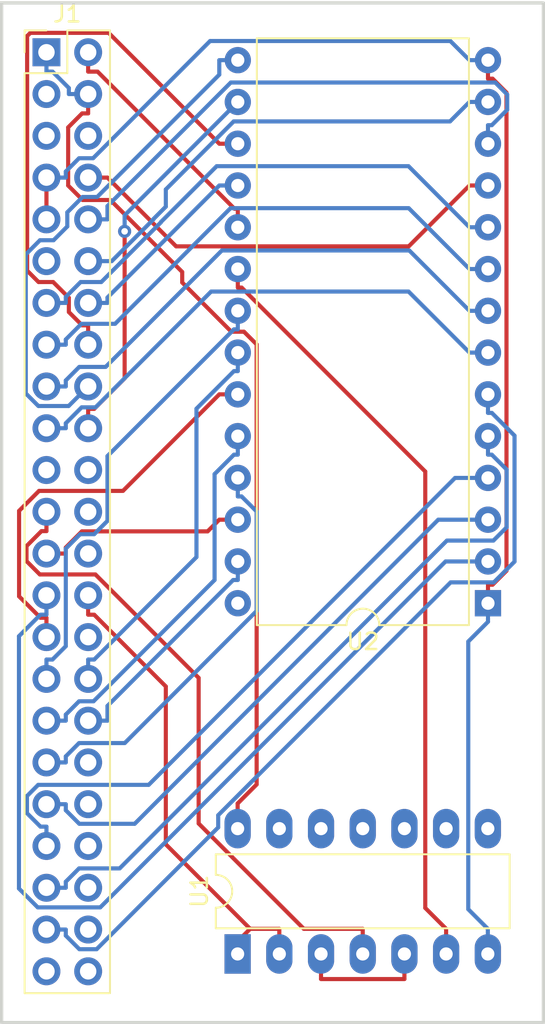
<source format=kicad_pcb>
(kicad_pcb (version 20221018) (generator pcbnew)
  (title_block (title "ZX80 ram expansion") (date "2023-12-18") (rev "1.0") (company "Eugene Chertikhin"))
  (layers (0 "F.Cu" signal) (31 "B.Cu" signal) (34 "B.Paste" user) (35 "F.Paste" user) (36 "B.SilkS" user "B.Silkscreen") (37 "F.SilkS" user "F.Silkscreen") (38 "B.Mask" user) (39 "F.Mask" user) (44 "Edge.Cuts" user))
  (net 0 "")
  (net 2 "Net-(U1-Pad3)")
  (net 3 "A14")
  (net 4 "Net-(U2-~{CS})")
  (net 5 "GND")
  (net 6 "A12")
  (net 7 "A7")
  (net 8 "A6")
  (net 9 "A5")
  (net 10 "A4")
  (net 11 "A3")
  (net 12 "A2")
  (net 13 "A1")
  (net 14 "A0")
  (net 15 "D0")
  (net 16 "D1")
  (net 17 "D2")
  (net 18 "D3")
  (net 19 "D4")
  (net 20 "D5")
  (net 21 "D6")
  (net 22 "D7")
  (net 23 "A10")
  (net 24 "+5V")
  (net 25 "A11")
  (net 26 "A9")
  (net 27 "A8")
  (net 28 "A13")
  (net 34 "MREQ")
  (net 36 "RD")
  (net 37 "WR")
  (footprint "Package_DIP:DIP-28_W15.24mm" (layer "F.Cu") (at 137.625 104.5 180)
    (fp_text reference "U2" (at 7.62 -2.33) (layer "F.SilkS"))
    (fp_text value "KM62256CLP")
    (fp_line (start 1.16 -1.33) (end 1.16 34.35) (stroke (width 0.12)) (layer "F.SilkS"))
    (fp_line (start 1.16 34.35) (end 14.08 34.35) (stroke (width 0.12)) (layer "F.SilkS"))
    (fp_line (start 6.62 -1.33) (end 1.16 -1.33) (stroke (width 0.12)) (layer "F.SilkS"))
    (fp_line (start 14.08 -1.33) (end 8.62 -1.33) (stroke (width 0.12)) (layer "F.SilkS"))
    (fp_line (start 14.08 34.35) (end 14.08 -1.33) (stroke (width 0.12)) (layer "F.SilkS"))
    (fp_arc (start 8.62 -1.33) (mid 7.62 -0.33) (end 6.62 -1.33) (stroke (width 0.12)) (layer "F.SilkS"))
    (pad "1" thru_hole rect (at 0 0 180) (size 1.6 1.6) (drill 0.8) (layers "*.Cu" "*.Mask") (net 5 "GND"))
    (pad "2" thru_hole oval (at 0 2.54 180) (size 1.6 1.6) (drill 0.8) (layers "*.Cu" "*.Mask") (net 6 "A12"))
    (pad "3" thru_hole oval (at 0 5.08 180) (size 1.6 1.6) (drill 0.8) (layers "*.Cu" "*.Mask") (net 7 "A7"))
    (pad "4" thru_hole oval (at 0 7.62 180) (size 1.6 1.6) (drill 0.8) (layers "*.Cu" "*.Mask") (net 8 "A6"))
    (pad "5" thru_hole oval (at 0 10.16 180) (size 1.6 1.6) (drill 0.8) (layers "*.Cu" "*.Mask") (net 9 "A5"))
    (pad "6" thru_hole oval (at 0 12.7 180) (size 1.6 1.6) (drill 0.8) (layers "*.Cu" "*.Mask") (net 10 "A4"))
    (pad "7" thru_hole oval (at 0 15.24 180) (size 1.6 1.6) (drill 0.8) (layers "*.Cu" "*.Mask") (net 11 "A3"))
    (pad "8" thru_hole oval (at 0 17.78 180) (size 1.6 1.6) (drill 0.8) (layers "*.Cu" "*.Mask") (net 12 "A2"))
    (pad "9" thru_hole oval (at 0 20.32 180) (size 1.6 1.6) (drill 0.8) (layers "*.Cu" "*.Mask") (net 13 "A1"))
    (pad "10" thru_hole oval (at 0 22.86 180) (size 1.6 1.6) (drill 0.8) (layers "*.Cu" "*.Mask") (net 14 "A0"))
    (pad "11" thru_hole oval (at 0 25.4 180) (size 1.6 1.6) (drill 0.8) (layers "*.Cu" "*.Mask") (net 15 "D0"))
    (pad "12" thru_hole oval (at 0 27.94 180) (size 1.6 1.6) (drill 0.8) (layers "*.Cu" "*.Mask") (net 16 "D1"))
    (pad "13" thru_hole oval (at 0 30.48 180) (size 1.6 1.6) (drill 0.8) (layers "*.Cu" "*.Mask") (net 17 "D2"))
    (pad "14" thru_hole oval (at 0 33.02 180) (size 1.6 1.6) (drill 0.8) (layers "*.Cu" "*.Mask") (net 5 "GND"))
    (pad "15" thru_hole oval (at 15.24 33.02 180) (size 1.6 1.6) (drill 0.8) (layers "*.Cu" "*.Mask") (net 18 "D3"))
    (pad "16" thru_hole oval (at 15.24 30.48 180) (size 1.6 1.6) (drill 0.8) (layers "*.Cu" "*.Mask") (net 19 "D4"))
    (pad "17" thru_hole oval (at 15.24 27.94 180) (size 1.6 1.6) (drill 0.8) (layers "*.Cu" "*.Mask") (net 20 "D5"))
    (pad "18" thru_hole oval (at 15.24 25.4 180) (size 1.6 1.6) (drill 0.8) (layers "*.Cu" "*.Mask") (net 21 "D6"))
    (pad "19" thru_hole oval (at 15.24 22.86 180) (size 1.6 1.6) (drill 0.8) (layers "*.Cu" "*.Mask") (net 22 "D7"))
    (pad "20" thru_hole oval (at 15.24 20.32 180) (size 1.6 1.6) (drill 0.8) (layers "*.Cu" "*.Mask") (net 4 "Net-(U2-~{CS})"))
    (pad "21" thru_hole oval (at 15.24 17.78 180) (size 1.6 1.6) (drill 0.8) (layers "*.Cu" "*.Mask") (net 23 "A10"))
    (pad "22" thru_hole oval (at 15.24 15.24 180) (size 1.6 1.6) (drill 0.8) (layers "*.Cu" "*.Mask") (net 36 "RD"))
    (pad "23" thru_hole oval (at 15.24 12.7 180) (size 1.6 1.6) (drill 0.8) (layers "*.Cu" "*.Mask") (net 25 "A11"))
    (pad "24" thru_hole oval (at 15.24 10.16 180) (size 1.6 1.6) (drill 0.8) (layers "*.Cu" "*.Mask") (net 26 "A9"))
    (pad "25" thru_hole oval (at 15.24 7.62 180) (size 1.6 1.6) (drill 0.8) (layers "*.Cu" "*.Mask") (net 27 "A8"))
    (pad "26" thru_hole oval (at 15.24 5.08 180) (size 1.6 1.6) (drill 0.8) (layers "*.Cu" "*.Mask") (net 28 "A13"))
    (pad "27" thru_hole oval (at 15.24 2.54 180) (size 1.6 1.6) (drill 0.8) (layers "*.Cu" "*.Mask") (net 37 "WR"))
    (pad "28" thru_hole oval (at 15.24 0 180) (size 1.6 1.6) (drill 0.8) (layers "*.Cu" "*.Mask"))
  )
  (footprint "Package_DIP:DIP-14_W7.62mm_LongPads" (layer "F.Cu") (at 122.375 125.825 90)
    (fp_text reference "U1" (at 3.81 -2.33 90) (layer "F.SilkS"))
    (fp_text value "74LS00")
    (fp_line (start 1.56 -1.33) (end 1.56 16.57) (stroke (width 0.12)) (layer "F.SilkS"))
    (fp_line (start 1.56 16.57) (end 6.06 16.57) (stroke (width 0.12)) (layer "F.SilkS"))
    (fp_line (start 2.81 -1.33) (end 1.56 -1.33) (stroke (width 0.12)) (layer "F.SilkS"))
    (fp_line (start 6.06 -1.33) (end 4.81 -1.33) (stroke (width 0.12)) (layer "F.SilkS"))
    (fp_line (start 6.06 16.57) (end 6.06 -1.33) (stroke (width 0.12)) (layer "F.SilkS"))
    (fp_arc (start 4.81 -1.33) (mid 3.81 -0.33) (end 2.81 -1.33) (stroke (width 0.12)) (layer "F.SilkS"))
    (pad "1" thru_hole rect (at 0 0 90) (size 2.4 1.6) (drill 0.8) (layers "*.Cu" "*.Mask") (net 34 "MREQ"))
    (pad "2" thru_hole oval (at 0 2.54 90) (size 2.4 1.6) (drill 0.8) (layers "*.Cu" "*.Mask") (net 34 "MREQ"))
    (pad "3" thru_hole oval (at 0 5.08 90) (size 2.4 1.6) (drill 0.8) (layers "*.Cu" "*.Mask") (net 2 "Net-(U1-Pad3)"))
    (pad "4" thru_hole oval (at 0 7.62 90) (size 2.4 1.6) (drill 0.8) (layers "*.Cu" "*.Mask") (net 3 "A14"))
    (pad "5" thru_hole oval (at 0 10.16 90) (size 2.4 1.6) (drill 0.8) (layers "*.Cu" "*.Mask") (net 2 "Net-(U1-Pad3)"))
    (pad "6" thru_hole oval (at 0 12.7 90) (size 2.4 1.6) (drill 0.8) (layers "*.Cu" "*.Mask") (net 4 "Net-(U2-~{CS})"))
    (pad "7" thru_hole oval (at 0 15.24 90) (size 2.4 1.6) (drill 0.8) (layers "*.Cu" "*.Mask") (net 5 "GND"))
    (pad "8" thru_hole oval (at 7.62 15.24 90) (size 2.4 1.6) (drill 0.8) (layers "*.Cu" "*.Mask"))
    (pad "9" thru_hole oval (at 7.62 12.7 90) (size 2.4 1.6) (drill 0.8) (layers "*.Cu" "*.Mask"))
    (pad "10" thru_hole oval (at 7.62 10.16 90) (size 2.4 1.6) (drill 0.8) (layers "*.Cu" "*.Mask"))
    (pad "11" thru_hole oval (at 7.62 7.62 90) (size 2.4 1.6) (drill 0.8) (layers "*.Cu" "*.Mask"))
    (pad "12" thru_hole oval (at 7.62 5.08 90) (size 2.4 1.6) (drill 0.8) (layers "*.Cu" "*.Mask"))
    (pad "13" thru_hole oval (at 7.62 2.54 90) (size 2.4 1.6) (drill 0.8) (layers "*.Cu" "*.Mask"))
    (pad "14" thru_hole oval (at 7.62 0 90) (size 2.4 1.6) (drill 0.8) (layers "*.Cu" "*.Mask") (net 24 "+5V"))
  )
  (footprint "Connector_PinHeader_2.54mm:PinHeader_2x23_P2.54mm_Vertical" (layer "F.Cu") (at 110.73 71)
    (fp_text reference "J1" (at 1.27 -2.33) (layer "F.SilkS"))
    (fp_text value "Conn_02x23_Odd_Even" hide)
    (fp_line (start -1.33 -1.33) (end 0 -1.33) (stroke (width 0.12)) (layer "F.SilkS"))
    (fp_line (start -1.33 0) (end -1.33 -1.33) (stroke (width 0.12)) (layer "F.SilkS"))
    (fp_line (start -1.33 1.27) (end -1.33 57.21) (stroke (width 0.12)) (layer "F.SilkS"))
    (fp_line (start -1.33 1.27) (end 1.27 1.27) (stroke (width 0.12)) (layer "F.SilkS"))
    (fp_line (start -1.33 57.21) (end 3.87 57.21) (stroke (width 0.12)) (layer "F.SilkS"))
    (fp_line (start 1.27 -1.33) (end 3.87 -1.33) (stroke (width 0.12)) (layer "F.SilkS"))
    (fp_line (start 1.27 1.27) (end 1.27 -1.33) (stroke (width 0.12)) (layer "F.SilkS"))
    (fp_line (start 3.87 -1.33) (end 3.87 57.21) (stroke (width 0.12)) (layer "F.SilkS"))
    (pad "1" thru_hole rect (at 0 0) (size 1.7 1.7) (drill 1) (layers "*.Cu" "*.Mask") (net 24 "+5V"))
    (pad "2" thru_hole oval (at 2.54 0) (size 1.7 1.7) (drill 1) (layers "*.Cu" "*.Mask") (net 22 "D7"))
    (pad "3" thru_hole oval (at 0 2.54) (size 1.7 1.7) (drill 1) (layers "*.Cu" "*.Mask"))
    (pad "4" thru_hole oval (at 2.54 2.54) (size 1.7 1.7) (drill 1) (layers "*.Cu" "*.Mask") (net 24 "+5V"))
    (pad "5" thru_hole oval (at 0 5.08) (size 1.7 1.7) (drill 1) (layers "*.Cu" "*.Mask"))
    (pad "6" thru_hole oval (at 2.54 5.08) (size 1.7 1.7) (drill 1) (layers "*.Cu" "*.Mask"))
    (pad "7" thru_hole oval (at 0 7.62) (size 1.7 1.7) (drill 1) (layers "*.Cu" "*.Mask") (net 5 "GND"))
    (pad "8" thru_hole oval (at 2.54 7.62) (size 1.7 1.7) (drill 1) (layers "*.Cu" "*.Mask") (net 15 "D0"))
    (pad "9" thru_hole oval (at 0 10.16) (size 1.7 1.7) (drill 1) (layers "*.Cu" "*.Mask") (net 5 "GND"))
    (pad "10" thru_hole oval (at 2.54 10.16) (size 1.7 1.7) (drill 1) (layers "*.Cu" "*.Mask") (net 16 "D1"))
    (pad "11" thru_hole oval (at 0 12.7) (size 1.7 1.7) (drill 1) (layers "*.Cu" "*.Mask"))
    (pad "12" thru_hole oval (at 2.54 12.7) (size 1.7 1.7) (drill 1) (layers "*.Cu" "*.Mask") (net 17 "D2"))
    (pad "13" thru_hole oval (at 0 15.24) (size 1.7 1.7) (drill 1) (layers "*.Cu" "*.Mask") (net 14 "A0"))
    (pad "14" thru_hole oval (at 2.54 15.24) (size 1.7 1.7) (drill 1) (layers "*.Cu" "*.Mask") (net 21 "D6"))
    (pad "15" thru_hole oval (at 0 17.78) (size 1.7 1.7) (drill 1) (layers "*.Cu" "*.Mask") (net 13 "A1"))
    (pad "16" thru_hole oval (at 2.54 17.78) (size 1.7 1.7) (drill 1) (layers "*.Cu" "*.Mask") (net 20 "D5"))
    (pad "17" thru_hole oval (at 0 20.32) (size 1.7 1.7) (drill 1) (layers "*.Cu" "*.Mask") (net 12 "A2"))
    (pad "18" thru_hole oval (at 2.54 20.32) (size 1.7 1.7) (drill 1) (layers "*.Cu" "*.Mask") (net 18 "D3"))
    (pad "19" thru_hole oval (at 0 22.86) (size 1.7 1.7) (drill 1) (layers "*.Cu" "*.Mask") (net 11 "A3"))
    (pad "20" thru_hole oval (at 2.54 22.86) (size 1.7 1.7) (drill 1) (layers "*.Cu" "*.Mask") (net 19 "D4"))
    (pad "21" thru_hole oval (at 0 25.4) (size 1.7 1.7) (drill 1) (layers "*.Cu" "*.Mask"))
    (pad "22" thru_hole oval (at 2.54 25.4) (size 1.7 1.7) (drill 1) (layers "*.Cu" "*.Mask"))
    (pad "23" thru_hole oval (at 0 27.94) (size 1.7 1.7) (drill 1) (layers "*.Cu" "*.Mask") (net 3 "A14"))
    (pad "24" thru_hole oval (at 2.54 27.94) (size 1.7 1.7) (drill 1) (layers "*.Cu" "*.Mask"))
    (pad "25" thru_hole oval (at 0 30.48) (size 1.7 1.7) (drill 1) (layers "*.Cu" "*.Mask") (net 28 "A13"))
    (pad "26" thru_hole oval (at 2.54 30.48) (size 1.7 1.7) (drill 1) (layers "*.Cu" "*.Mask"))
    (pad "27" thru_hole oval (at 0 33.02) (size 1.7 1.7) (drill 1) (layers "*.Cu" "*.Mask") (net 6 "A12"))
    (pad "28" thru_hole oval (at 2.54 33.02) (size 1.7 1.7) (drill 1) (layers "*.Cu" "*.Mask") (net 34 "MREQ"))
    (pad "29" thru_hole oval (at 0 35.56) (size 1.7 1.7) (drill 1) (layers "*.Cu" "*.Mask") (net 25 "A11"))
    (pad "30" thru_hole oval (at 2.54 35.56) (size 1.7 1.7) (drill 1) (layers "*.Cu" "*.Mask"))
    (pad "31" thru_hole oval (at 0 38.1) (size 1.7 1.7) (drill 1) (layers "*.Cu" "*.Mask") (net 23 "A10"))
    (pad "32" thru_hole oval (at 2.54 38.1) (size 1.7 1.7) (drill 1) (layers "*.Cu" "*.Mask") (net 36 "RD"))
    (pad "33" thru_hole oval (at 0 40.64) (size 1.7 1.7) (drill 1) (layers "*.Cu" "*.Mask") (net 26 "A9"))
    (pad "34" thru_hole oval (at 2.54 40.64) (size 1.7 1.7) (drill 1) (layers "*.Cu" "*.Mask") (net 37 "WR"))
    (pad "35" thru_hole oval (at 0 43.18) (size 1.7 1.7) (drill 1) (layers "*.Cu" "*.Mask") (net 27 "A8"))
    (pad "36" thru_hole oval (at 2.54 43.18) (size 1.7 1.7) (drill 1) (layers "*.Cu" "*.Mask"))
    (pad "37" thru_hole oval (at 0 45.72) (size 1.7 1.7) (drill 1) (layers "*.Cu" "*.Mask") (net 7 "A7"))
    (pad "38" thru_hole oval (at 2.54 45.72) (size 1.7 1.7) (drill 1) (layers "*.Cu" "*.Mask"))
    (pad "39" thru_hole oval (at 0 48.26) (size 1.7 1.7) (drill 1) (layers "*.Cu" "*.Mask") (net 8 "A6"))
    (pad "40" thru_hole oval (at 2.54 48.26) (size 1.7 1.7) (drill 1) (layers "*.Cu" "*.Mask"))
    (pad "41" thru_hole oval (at 0 50.8) (size 1.7 1.7) (drill 1) (layers "*.Cu" "*.Mask") (net 9 "A5"))
    (pad "42" thru_hole oval (at 2.54 50.8) (size 1.7 1.7) (drill 1) (layers "*.Cu" "*.Mask"))
    (pad "43" thru_hole oval (at 0 53.34) (size 1.7 1.7) (drill 1) (layers "*.Cu" "*.Mask") (net 10 "A4"))
    (pad "44" thru_hole oval (at 2.54 53.34) (size 1.7 1.7) (drill 1) (layers "*.Cu" "*.Mask"))
    (pad "45" thru_hole oval (at 0 55.88) (size 1.7 1.7) (drill 1) (layers "*.Cu" "*.Mask"))
    (pad "46" thru_hole oval (at 2.54 55.88) (size 1.7 1.7) (drill 1) (layers "*.Cu" "*.Mask"))
  )
  (gr_rect (start 108 68) (end 141 130) (stroke (width 0.2)) (fill none) (layer "Edge.Cuts"))
  (segment (start 132.535 125.825) (end 132.535 127.3519) (width 0.25) (layer "F.Cu") (net 2))
  (segment (start 132.535 127.3519) (end 127.455 127.3519) (width 0.25) (layer "F.Cu") (net 2))
  (segment (start 127.455 125.825) (end 127.455 127.3519) (width 0.25) (layer "F.Cu") (net 2))
  (segment (start 113.7114 102.75) (end 120 109.0386) (width 0.25) (layer "F.Cu") (net 3))
  (segment (start 110.73 98.94) (end 110.73 100.1169) (width 0.25) (layer "F.Cu") (net 3))
  (segment (start 126.4066 124.2981) (end 129.995 124.2981) (width 0.25) (layer "F.Cu") (net 3))
  (segment (start 120 117.8915) (end 126.4066 124.2981) (width 0.25) (layer "F.Cu") (net 3))
  (segment (start 109.5144 101.0267) (end 109.5144 101.9383) (width 0.25) (layer "F.Cu") (net 3))
  (segment (start 110.4242 100.1169) (end 109.5144 101.0267) (width 0.25) (layer "F.Cu") (net 3))
  (segment (start 110.3261 102.75) (end 113.7114 102.75) (width 0.25) (layer "F.Cu") (net 3))
  (segment (start 109.5144 101.9383) (end 110.3261 102.75) (width 0.25) (layer "F.Cu") (net 3))
  (segment (start 120 109.0386) (end 120 117.8915) (width 0.25) (layer "F.Cu") (net 3))
  (segment (start 110.73 100.1169) (end 110.4242 100.1169) (width 0.25) (layer "F.Cu") (net 3))
  (segment (start 129.995 124.2981) (end 129.995 125.825) (width 0.25) (layer "F.Cu") (net 3))
  (segment (start 135.075 125.825) (end 135.075 124.2981) (width 0.25) (layer "F.Cu") (net 4))
  (segment (start 133.805 123.0281) (end 133.805 96.4934) (width 0.25) (layer "F.Cu") (net 4))
  (segment (start 122.385 84.18) (end 122.385 85.3069) (width 0.25) (layer "F.Cu") (net 4))
  (segment (start 122.6185 85.3069) (end 122.385 85.3069) (width 0.25) (layer "F.Cu") (net 4))
  (segment (start 135.075 124.2981) (end 133.805 123.0281) (width 0.25) (layer "F.Cu") (net 4))
  (segment (start 133.805 96.4934) (end 122.6185 85.3069) (width 0.25) (layer "F.Cu") (net 4))
  (segment (start 137.625 71.48) (end 137.625 72.6069) (width 0.25) (layer "F.Cu") (net 5))
  (segment (start 110.73 81.16) (end 110.73 78.62) (width 0.25) (layer "F.Cu") (net 5))
  (segment (start 138.7519 73.4521) (end 138.7519 102.528) (width 0.25) (layer "F.Cu") (net 5))
  (segment (start 138.7519 102.528) (end 137.9068 103.3731) (width 0.25) (layer "F.Cu") (net 5))
  (segment (start 137.9067 72.6069) (end 138.7519 73.4521) (width 0.25) (layer "F.Cu") (net 5))
  (segment (start 137.625 104.5) (end 137.625 103.3731) (width 0.25) (layer "F.Cu") (net 5))
  (segment (start 137.9068 103.3731) (end 137.625 103.3731) (width 0.25) (layer "F.Cu") (net 5))
  (segment (start 137.625 72.6069) (end 137.9067 72.6069) (width 0.25) (layer "F.Cu") (net 5))
  (segment (start 136.4981 71.48) (end 135.3335 70.3154) (width 0.25) (layer "B.Cu") (net 5))
  (segment (start 135.3335 70.3154) (end 120.699 70.3154) (width 0.25) (layer "B.Cu") (net 5))
  (segment (start 137.625 71.48) (end 136.4981 71.48) (width 0.25) (layer "B.Cu") (net 5))
  (segment (start 136.4245 106.8274) (end 136.4245 123.1076) (width 0.25) (layer "B.Cu") (net 5))
  (segment (start 137.625 104.5) (end 137.625 105.6269) (width 0.25) (layer "B.Cu") (net 5))
  (segment (start 136.4245 123.1076) (end 137.615 124.2981) (width 0.25) (layer "B.Cu") (net 5))
  (segment (start 137.615 125.825) (end 137.615 124.2981) (width 0.25) (layer "B.Cu") (net 5))
  (segment (start 137.625 105.6269) (end 136.4245 106.8274) (width 0.25) (layer "B.Cu") (net 5))
  (segment (start 113.5713 77.4431) (end 112.7159 77.4431) (width 0.25) (layer "B.Cu") (net 5))
  (segment (start 110.73 78.62) (end 111.9069 78.62) (width 0.25) (layer "B.Cu") (net 5))
  (segment (start 120.699 70.3154) (end 113.5713 77.4431) (width 0.25) (layer "B.Cu") (net 5))
  (segment (start 112.7159 77.4431) (end 111.9069 78.2521) (width 0.25) (layer "B.Cu") (net 5))
  (segment (start 111.9069 78.2521) (end 111.9069 78.62) (width 0.25) (layer "B.Cu") (net 5))
  (segment (start 110.73 105.1969) (end 110.3622 105.1969) (width 0.25) (layer "B.Cu") (net 6))
  (segment (start 109.0548 121.8482) (end 110.2002 122.9936) (width 0.25) (layer "B.Cu") (net 6))
  (segment (start 110.73 104.02) (end 110.73 105.1969) (width 0.25) (layer "B.Cu") (net 6))
  (segment (start 110.2002 122.9936) (end 114.0064 122.9936) (width 0.25) (layer "B.Cu") (net 6))
  (segment (start 109.0548 106.5043) (end 109.0548 121.8482) (width 0.25) (layer "B.Cu") (net 6))
  (segment (start 110.3622 105.1969) (end 109.0548 106.5043) (width 0.25) (layer "B.Cu") (net 6))
  (segment (start 135.04 101.96) (end 137.625 101.96) (width 0.25) (layer "B.Cu") (net 6))
  (segment (start 114.0064 122.9936) (end 135.04 101.96) (width 0.25) (layer "B.Cu") (net 6))
  (segment (start 116.1044 117.9106) (end 134.595 99.42) (width 0.25) (layer "B.Cu") (net 7))
  (segment (start 111.9069 117.0878) (end 112.7297 117.9106) (width 0.25) (layer "B.Cu") (net 7))
  (segment (start 111.9069 116.72) (end 111.9069 117.0878) (width 0.25) (layer "B.Cu") (net 7))
  (segment (start 110.73 116.72) (end 111.9069 116.72) (width 0.25) (layer "B.Cu") (net 7))
  (segment (start 112.7297 117.9106) (end 116.1044 117.9106) (width 0.25) (layer "B.Cu") (net 7))
  (segment (start 134.595 99.42) (end 137.625 99.42) (width 0.25) (layer "B.Cu") (net 7))
  (segment (start 109.542 117.2629) (end 109.542 116.2268) (width 0.25) (layer "B.Cu") (net 8))
  (segment (start 110.2257 115.5431) (end 116.9569 115.5431) (width 0.25) (layer "B.Cu") (net 8))
  (segment (start 109.542 116.2268) (end 110.2257 115.5431) (width 0.25) (layer "B.Cu") (net 8))
  (segment (start 110.73 118.0831) (end 110.3622 118.0831) (width 0.25) (layer "B.Cu") (net 8))
  (segment (start 135.62 96.88) (end 137.625 96.88) (width 0.25) (layer "B.Cu") (net 8))
  (segment (start 110.3622 118.0831) (end 109.542 117.2629) (width 0.25) (layer "B.Cu") (net 8))
  (segment (start 110.73 119.26) (end 110.73 118.0831) (width 0.25) (layer "B.Cu") (net 8))
  (segment (start 116.9569 115.5431) (end 135.62 96.88) (width 0.25) (layer "B.Cu") (net 8))
  (segment (start 135.122 100.69) (end 115.1889 120.6231) (width 0.25) (layer "B.Cu") (net 9))
  (segment (start 138.7617 99.8841) (end 137.9558 100.69) (width 0.25) (layer "B.Cu") (net 9))
  (segment (start 137.625 95.4669) (end 137.8585 95.4669) (width 0.25) (layer "B.Cu") (net 9))
  (segment (start 111.9069 121.8) (end 110.73 121.8) (width 0.25) (layer "B.Cu") (net 9))
  (segment (start 137.8585 95.4669) (end 138.7617 96.3701) (width 0.25) (layer "B.Cu") (net 9))
  (segment (start 111.9069 121.4321) (end 111.9069 121.8) (width 0.25) (layer "B.Cu") (net 9))
  (segment (start 112.7159 120.6231) (end 111.9069 121.4321) (width 0.25) (layer "B.Cu") (net 9))
  (segment (start 137.625 94.34) (end 137.625 95.4669) (width 0.25) (layer "B.Cu") (net 9))
  (segment (start 115.1889 120.6231) (end 112.7159 120.6231) (width 0.25) (layer "B.Cu") (net 9))
  (segment (start 138.7617 96.3701) (end 138.7617 99.8841) (width 0.25) (layer "B.Cu") (net 9))
  (segment (start 137.9558 100.69) (end 135.122 100.69) (width 0.25) (layer "B.Cu") (net 9))
  (segment (start 111.9069 124.7078) (end 112.7366 125.5375) (width 0.25) (layer "B.Cu") (net 10))
  (segment (start 137.8585 92.9269) (end 137.625 92.9269) (width 0.25) (layer "B.Cu") (net 10))
  (segment (start 137.9804 103.2318) (end 139.2418 101.9704) (width 0.25) (layer "B.Cu") (net 10))
  (segment (start 121.1921 117.3885) (end 135.3488 103.2318) (width 0.25) (layer "B.Cu") (net 10))
  (segment (start 135.3488 103.2318) (end 137.9804 103.2318) (width 0.25) (layer "B.Cu") (net 10))
  (segment (start 139.2418 101.9704) (end 139.2418 94.3102) (width 0.25) (layer "B.Cu") (net 10))
  (segment (start 139.2418 94.3102) (end 137.8585 92.9269) (width 0.25) (layer "B.Cu") (net 10))
  (segment (start 110.73 124.34) (end 111.9069 124.34) (width 0.25) (layer "B.Cu") (net 10))
  (segment (start 121.1921 118.1298) (end 121.1921 117.3885) (width 0.25) (layer "B.Cu") (net 10))
  (segment (start 111.9069 124.34) (end 111.9069 124.7078) (width 0.25) (layer "B.Cu") (net 10))
  (segment (start 113.7844 125.5375) (end 121.1921 118.1298) (width 0.25) (layer "B.Cu") (net 10))
  (segment (start 137.625 91.8) (end 137.625 92.9269) (width 0.25) (layer "B.Cu") (net 10))
  (segment (start 112.7366 125.5375) (end 113.7844 125.5375) (width 0.25) (layer "B.Cu") (net 10))
  (segment (start 112.8731 92.59) (end 113.7183 92.59) (width 0.25) (layer "B.Cu") (net 11))
  (segment (start 137.625 89.26) (end 136.4981 89.26) (width 0.25) (layer "B.Cu") (net 11))
  (segment (start 111.9069 93.86) (end 111.9069 93.5562) (width 0.25) (layer "B.Cu") (net 11))
  (segment (start 120.7602 85.5481) (end 132.7862 85.5481) (width 0.25) (layer "B.Cu") (net 11))
  (segment (start 113.7183 92.59) (end 120.7602 85.5481) (width 0.25) (layer "B.Cu") (net 11))
  (segment (start 110.73 93.86) (end 111.9069 93.86) (width 0.25) (layer "B.Cu") (net 11))
  (segment (start 132.7862 85.5481) (end 136.4981 89.26) (width 0.25) (layer "B.Cu") (net 11))
  (segment (start 111.9069 93.5562) (end 112.8731 92.59) (width 0.25) (layer "B.Cu") (net 11))
  (segment (start 121.4154 83.0511) (end 132.8292 83.0511) (width 0.25) (layer "B.Cu") (net 12))
  (segment (start 114.3348 90.1317) (end 121.4154 83.0511) (width 0.25) (layer "B.Cu") (net 12))
  (segment (start 110.73 91.32) (end 111.9069 91.32) (width 0.25) (layer "B.Cu") (net 12))
  (segment (start 111.9069 91.32) (end 111.9069 90.9542) (width 0.25) (layer "B.Cu") (net 12))
  (segment (start 137.625 86.72) (end 136.4981 86.72) (width 0.25) (layer "B.Cu") (net 12))
  (segment (start 112.7294 90.1317) (end 114.3348 90.1317) (width 0.25) (layer "B.Cu") (net 12))
  (segment (start 111.9069 90.9542) (end 112.7294 90.1317) (width 0.25) (layer "B.Cu") (net 12))
  (segment (start 132.8292 83.0511) (end 136.4981 86.72) (width 0.25) (layer "B.Cu") (net 12))
  (segment (start 121.9421 80.4785) (end 132.7966 80.4785) (width 0.25) (layer "B.Cu") (net 13))
  (segment (start 137.625 84.18) (end 136.4981 84.18) (width 0.25) (layer "B.Cu") (net 13))
  (segment (start 111.9069 88.4643) (end 112.8612 87.51) (width 0.25) (layer "B.Cu") (net 13))
  (segment (start 132.7966 80.4785) (end 136.4981 84.18) (width 0.25) (layer "B.Cu") (net 13))
  (segment (start 111.9069 88.78) (end 111.9069 88.4643) (width 0.25) (layer "B.Cu") (net 13))
  (segment (start 112.8612 87.51) (end 114.9106 87.51) (width 0.25) (layer "B.Cu") (net 13))
  (segment (start 114.9106 87.51) (end 121.9421 80.4785) (width 0.25) (layer "B.Cu") (net 13))
  (segment (start 110.73 88.78) (end 111.9069 88.78) (width 0.25) (layer "B.Cu") (net 13))
  (segment (start 117.6965 81.3271) (end 117.6965 81.345001) (width 0.25) (layer "B.Cu") (net 14))
  (segment (start 121.0971 77.9265) (end 117.6965 81.3271) (width 0.25) (layer "B.Cu") (net 14))
  (segment (start 111.9069 86.24) (end 110.73 86.24) (width 0.25) (layer "B.Cu") (net 14))
  (segment (start 114.071501 84.97) (end 112.8111 84.97) (width 0.25) (layer "B.Cu") (net 14))
  (segment (start 111.9069 85.8742) (end 111.9069 86.24) (width 0.25) (layer "B.Cu") (net 14))
  (segment (start 137.625 81.64) (end 136.4981 81.64) (width 0.25) (layer "B.Cu") (net 14))
  (segment (start 132.7846 77.9265) (end 121.0971 77.9265) (width 0.25) (layer "B.Cu") (net 14))
  (segment (start 117.6965 81.345001) (end 114.071501 84.97) (width 0.25) (layer "B.Cu") (net 14))
  (segment (start 136.4981 81.64) (end 132.7846 77.9265) (width 0.25) (layer "B.Cu") (net 14))
  (segment (start 112.8111 84.97) (end 111.9069 85.8742) (width 0.25) (layer "B.Cu") (net 14))
  (segment (start 136.4981 79.1) (end 132.7966 82.8015) (width 0.25) (layer "F.Cu") (net 15))
  (segment (start 113.27 78.62) (end 114.4469 78.62) (width 0.25) (layer "F.Cu") (net 15))
  (segment (start 132.7966 82.8015) (end 118.6284 82.8015) (width 0.25) (layer "F.Cu") (net 15))
  (segment (start 118.6284 82.8015) (end 114.4469 78.62) (width 0.25) (layer "F.Cu") (net 15))
  (segment (start 137.625 79.1) (end 136.4981 79.1) (width 0.25) (layer "F.Cu") (net 15))
  (segment (start 114.4469 80.3509) (end 121.9592 72.8386) (width 0.25) (layer "B.Cu") (net 16))
  (segment (start 113.27 81.16) (end 114.4469 81.16) (width 0.25) (layer "B.Cu") (net 16))
  (segment (start 121.9592 72.8386) (end 138.067 72.8386) (width 0.25) (layer "B.Cu") (net 16))
  (segment (start 138.7964 74.4952) (end 137.8585 75.4331) (width 0.25) (layer "B.Cu") (net 16))
  (segment (start 138.067 72.8386) (end 138.7964 73.568) (width 0.25) (layer "B.Cu") (net 16))
  (segment (start 114.4469 81.16) (end 114.4469 80.3509) (width 0.25) (layer "B.Cu") (net 16))
  (segment (start 137.8585 75.4331) (end 137.625 75.4331) (width 0.25) (layer "B.Cu") (net 16))
  (segment (start 137.625 76.56) (end 137.625 75.4331) (width 0.25) (layer "B.Cu") (net 16))
  (segment (start 138.7964 73.568) (end 138.7964 74.4952) (width 0.25) (layer "B.Cu") (net 16))
  (segment (start 137.625 74.02) (end 136.4981 74.02) (width 0.25) (layer "B.Cu") (net 17))
  (segment (start 118 80.387204) (end 117.2465 81.140704) (width 0.25) (layer "B.Cu") (net 17))
  (segment (start 117.2465 81.140704) (end 117.2465 81.158605) (width 0.25) (layer "B.Cu") (net 17))
  (segment (start 122.135 75.2049) (end 118 79.3399) (width 0.25) (layer "B.Cu") (net 17))
  (segment (start 114.705105 83.7) (end 113.27 83.7) (width 0.25) (layer "B.Cu") (net 17))
  (segment (start 135.3132 75.2049) (end 122.135 75.2049) (width 0.25) (layer "B.Cu") (net 17))
  (segment (start 117.2465 81.158605) (end 114.705105 83.7) (width 0.25) (layer "B.Cu") (net 17))
  (segment (start 118 79.3399) (end 118 80.387204) (width 0.25) (layer "B.Cu") (net 17))
  (segment (start 136.4981 74.02) (end 135.3132 75.2049) (width 0.25) (layer "B.Cu") (net 17))
  (segment (start 109.4718 83.2919) (end 110.3337 82.43) (width 0.25) (layer "B.Cu") (net 18))
  (segment (start 112 80.7291) (end 112.9322 79.7969) (width 0.25) (layer "B.Cu") (net 18))
  (segment (start 122.385 71.48) (end 121.2581 71.48) (width 0.25) (layer "B.Cu") (net 18))
  (segment (start 110.3337 82.43) (end 111.1609 82.43) (width 0.25) (layer "B.Cu") (net 18))
  (segment (start 109.4718 91.7421) (end 109.4718 83.2919) (width 0.25) (layer "B.Cu") (net 18))
  (segment (start 112.0808 92.5092) (end 110.2389 92.5092) (width 0.25) (layer "B.Cu") (net 18))
  (segment (start 113.8206 79.7969) (end 121.2581 72.3594) (width 0.25) (layer "B.Cu") (net 18))
  (segment (start 113.27 91.32) (end 112.0808 92.5092) (width 0.25) (layer "B.Cu") (net 18))
  (segment (start 121.2581 72.3594) (end 121.2581 71.48) (width 0.25) (layer "B.Cu") (net 18))
  (segment (start 112.9322 79.7969) (end 113.8206 79.7969) (width 0.25) (layer "B.Cu") (net 18))
  (segment (start 112 81.5909) (end 112 80.7291) (width 0.25) (layer "B.Cu") (net 18))
  (segment (start 110.2389 92.5092) (end 109.4718 91.7421) (width 0.25) (layer "B.Cu") (net 18))
  (segment (start 111.1609 82.43) (end 112 81.5909) (width 0.25) (layer "B.Cu") (net 18))
  (segment (start 113.6378 92.6831) (end 115.491 90.8299) (width 0.25) (layer "F.Cu") (net 19))
  (segment (start 113.27 92.6831) (end 113.6378 92.6831) (width 0.25) (layer "F.Cu") (net 19))
  (segment (start 113.27 93.86) (end 113.27 92.6831) (width 0.25) (layer "F.Cu") (net 19))
  (segment (start 115.491 90.8299) (end 115.491 81.8888) (width 0.25) (layer "F.Cu") (net 19))
  (via (at 115.491 81.8888) (size 0.8) (drill 0.4) (layers "F.Cu" "B.Cu") (net 19))
  (segment (start 122.385 74.02) (end 115.4911 80.9139) (width 0.25) (layer "B.Cu") (net 19))
  (segment (start 115.4911 81.8888) (end 115.491 81.8888) (width 0.25) (layer "B.Cu") (net 19))
  (segment (start 115.4911 80.9139) (end 115.4911 81.8888) (width 0.25) (layer "B.Cu") (net 19))
  (segment (start 109.5531 84.2762) (end 109.5531 70.0146) (width 0.25) (layer "F.Cu") (net 20))
  (segment (start 113.27 87.6031) (end 112.9021 87.6031) (width 0.25) (layer "F.Cu") (net 20))
  (segment (start 112.0931 85.9241) (end 111.139 84.97) (width 0.25) (layer "F.Cu") (net 20))
  (segment (start 111.139 84.97) (end 110.2469 84.97) (width 0.25) (layer "F.Cu") (net 20))
  (segment (start 122.385 76.56) (end 121.2581 76.56) (width 0.25) (layer "F.Cu") (net 20))
  (segment (start 109.7481 69.8196) (end 114.5177 69.8196) (width 0.25) (layer "F.Cu") (net 20))
  (segment (start 110.2469 84.97) (end 109.5531 84.2762) (width 0.25) (layer "F.Cu") (net 20))
  (segment (start 113.27 88.78) (end 113.27 87.6031) (width 0.25) (layer "F.Cu") (net 20))
  (segment (start 112.0931 86.7941) (end 112.0931 85.9241) (width 0.25) (layer "F.Cu") (net 20))
  (segment (start 112.9021 87.6031) (end 112.0931 86.7941) (width 0.25) (layer "F.Cu") (net 20))
  (segment (start 109.5531 70.0146) (end 109.7481 69.8196) (width 0.25) (layer "F.Cu") (net 20))
  (segment (start 114.5177 69.8196) (end 121.2581 76.56) (width 0.25) (layer "F.Cu") (net 20))
  (segment (start 113.27 86.24) (end 114.4469 86.24) (width 0.25) (layer "B.Cu") (net 21))
  (segment (start 114.4469 86.24) (end 114.4469 85.9112) (width 0.25) (layer "B.Cu") (net 21))
  (segment (start 114.4469 85.9112) (end 121.2581 79.1) (width 0.25) (layer "B.Cu") (net 21))
  (segment (start 122.385 79.1) (end 121.2581 79.1) (width 0.25) (layer "B.Cu") (net 21))
  (segment (start 122.385 81.64) (end 122.385 80.5131) (width 0.25) (layer "F.Cu") (net 22))
  (segment (start 122.385 80.5131) (end 122.1796 80.5131) (width 0.25) (layer "F.Cu") (net 22))
  (segment (start 122.1796 80.5131) (end 113.8434 72.1769) (width 0.25) (layer "F.Cu") (net 22))
  (segment (start 113.27 71) (end 113.27 72.1769) (width 0.25) (layer "F.Cu") (net 22))
  (segment (start 113.8434 72.1769) (end 113.27 72.1769) (width 0.25) (layer "F.Cu") (net 22))
  (segment (start 111.0979 107.9231) (end 110.73 107.9231) (width 0.25) (layer "B.Cu") (net 23))
  (segment (start 111.9069 101.1787) (end 111.9069 107.1141) (width 0.25) (layer "B.Cu") (net 23))
  (segment (start 112.7825 100.3031) (end 111.9069 101.1787) (width 0.25) (layer "B.Cu") (net 23))
  (segment (start 114.4469 99.492) (end 113.6358 100.3031) (width 0.25) (layer "B.Cu") (net 23))
  (segment (start 122.385 86.72) (end 122.385 87.8469) (width 0.25) (layer "B.Cu") (net 23))
  (segment (start 110.73 109.1) (end 110.73 107.9231) (width 0.25) (layer "B.Cu") (net 23))
  (segment (start 111.9069 107.1141) (end 111.0979 107.9231) (width 0.25) (layer "B.Cu") (net 23))
  (segment (start 113.6358 100.3031) (end 112.7825 100.3031) (width 0.25) (layer "B.Cu") (net 23))
  (segment (start 114.4469 95.5515) (end 114.4469 99.492) (width 0.25) (layer "B.Cu") (net 23))
  (segment (start 122.1515 87.8469) (end 114.4469 95.5515) (width 0.25) (layer "B.Cu") (net 23))
  (segment (start 122.385 87.8469) (end 122.1515 87.8469) (width 0.25) (layer "B.Cu") (net 23))
  (segment (start 112.9322 79.9831) (end 114.6249 79.9831) (width 0.25) (layer "F.Cu") (net 24))
  (segment (start 113.27 73.54) (end 113.27 74.7169) (width 0.25) (layer "F.Cu") (net 24))
  (segment (start 114.6249 79.9831) (end 119 84.3582) (width 0.25) (layer "F.Cu") (net 24))
  (segment (start 119 84.3582) (end 119 85) (width 0.25) (layer "F.Cu") (net 24))
  (segment (start 112.0524 79.1033) (end 112.9322 79.9831) (width 0.25) (layer "F.Cu") (net 24))
  (segment (start 122.7613 87.99) (end 123.5324 88.7611) (width 0.25) (layer "F.Cu") (net 24))
  (segment (start 112.9022 74.7169) (end 112.0524 75.5667) (width 0.25) (layer "F.Cu") (net 24))
  (segment (start 123.5324 88.7611) (end 123.5324 115.5207) (width 0.25) (layer "F.Cu") (net 24))
  (segment (start 121.99 87.99) (end 122.7613 87.99) (width 0.25) (layer "F.Cu") (net 24))
  (segment (start 123.5324 115.5207) (end 122.375 116.6781) (width 0.25) (layer "F.Cu") (net 24))
  (segment (start 122.375 116.6781) (end 122.375 118.205) (width 0.25) (layer "F.Cu") (net 24))
  (segment (start 119 85) (end 121.99 87.99) (width 0.25) (layer "F.Cu") (net 24))
  (segment (start 113.27 74.7169) (end 112.9022 74.7169) (width 0.25) (layer "F.Cu") (net 24))
  (segment (start 112.0524 75.5667) (end 112.0524 79.1033) (width 0.25) (layer "F.Cu") (net 24))
  (segment (start 112.0931 73.1722) (end 111.0978 72.1769) (width 0.25) (layer "B.Cu") (net 24))
  (segment (start 113.27 73.54) (end 112.0931 73.54) (width 0.25) (layer "B.Cu") (net 24))
  (segment (start 111.0978 72.1769) (end 110.73 72.1769) (width 0.25) (layer "B.Cu") (net 24))
  (segment (start 112.0931 73.54) (end 112.0931 73.1722) (width 0.25) (layer "B.Cu") (net 24))
  (segment (start 110.73 71) (end 110.73 72.1769) (width 0.25) (layer "B.Cu") (net 24))
  (segment (start 121.2581 91.8) (end 115.3881 97.67) (width 0.25) (layer "F.Cu") (net 25))
  (segment (start 110.73 106.56) (end 110.73 105.3831) (width 0.25) (layer "F.Cu") (net 25))
  (segment (start 110.3622 105.3831) (end 110.73 105.3831) (width 0.25) (layer "F.Cu") (net 25))
  (segment (start 109.0625 104.0834) (end 110.3622 105.3831) (width 0.25) (layer "F.Cu") (net 25))
  (segment (start 109.0625 98.8841) (end 109.0625 104.0834) (width 0.25) (layer "F.Cu") (net 25))
  (segment (start 110.2766 97.67) (end 109.0625 98.8841) (width 0.25) (layer "F.Cu") (net 25))
  (segment (start 122.385 91.8) (end 121.2581 91.8) (width 0.25) (layer "F.Cu") (net 25))
  (segment (start 115.3881 97.67) (end 110.2766 97.67) (width 0.25) (layer "F.Cu") (net 25))
  (segment (start 122.1515 95.4669) (end 122.385 95.4669) (width 0.25) (layer "B.Cu") (net 26))
  (segment (start 122.385 94.34) (end 122.385 95.4669) (width 0.25) (layer "B.Cu") (net 26))
  (segment (start 112.7159 110.4631) (end 113.5958 110.4631) (width 0.25) (layer "B.Cu") (net 26))
  (segment (start 120.9704 96.648) (end 122.1515 95.4669) (width 0.25) (layer "B.Cu") (net 26))
  (segment (start 110.73 111.64) (end 111.9069 111.64) (width 0.25) (layer "B.Cu") (net 26))
  (segment (start 113.5958 110.4631) (end 120.9704 103.0885) (width 0.25) (layer "B.Cu") (net 26))
  (segment (start 111.9069 111.64) (end 111.9069 111.2721) (width 0.25) (layer "B.Cu") (net 26))
  (segment (start 120.9704 103.0885) (end 120.9704 96.648) (width 0.25) (layer "B.Cu") (net 26))
  (segment (start 111.9069 111.2721) (end 112.7159 110.4631) (width 0.25) (layer "B.Cu") (net 26))
  (segment (start 122.6185 98.0069) (end 123.5344 98.9228) (width 0.25) (layer "B.Cu") (net 27))
  (segment (start 122.385 98.0069) (end 122.6185 98.0069) (width 0.25) (layer "B.Cu") (net 27))
  (segment (start 110.73 114.18) (end 111.9069 114.18) (width 0.25) (layer "B.Cu") (net 27))
  (segment (start 123.5344 98.9228) (end 123.5344 104.966) (width 0.25) (layer "B.Cu") (net 27))
  (segment (start 111.9069 113.8121) (end 111.9069 114.18) (width 0.25) (layer "B.Cu") (net 27))
  (segment (start 122.385 96.88) (end 122.385 98.0069) (width 0.25) (layer "B.Cu") (net 27))
  (segment (start 115.4973 113.0031) (end 112.7159 113.0031) (width 0.25) (layer "B.Cu") (net 27))
  (segment (start 123.5344 104.966) (end 115.4973 113.0031) (width 0.25) (layer "B.Cu") (net 27))
  (segment (start 112.7159 113.0031) (end 111.9069 113.8121) (width 0.25) (layer "B.Cu") (net 27))
  (segment (start 112.8883 100.1307) (end 120.5474 100.1307) (width 0.25) (layer "F.Cu") (net 28))
  (segment (start 111.9069 101.48) (end 111.9069 101.1121) (width 0.25) (layer "F.Cu") (net 28))
  (segment (start 110.73 101.48) (end 111.9069 101.48) (width 0.25) (layer "F.Cu") (net 28))
  (segment (start 111.9069 101.1121) (end 112.8883 100.1307) (width 0.25) (layer "F.Cu") (net 28))
  (segment (start 122.385 99.42) (end 121.2581 99.42) (width 0.25) (layer "F.Cu") (net 28))
  (segment (start 120.5474 100.1307) (end 121.2581 99.42) (width 0.25) (layer "F.Cu") (net 28))
  (segment (start 123.1384 124.2981) (end 124.915 124.2981) (width 0.25) (layer "F.Cu") (net 34))
  (segment (start 118 119.1597) (end 123.1384 124.2981) (width 0.25) (layer "F.Cu") (net 34))
  (segment (start 113.27 105.1969) (end 113.6378 105.1969) (width 0.25) (layer "F.Cu") (net 34))
  (segment (start 118 109.5591) (end 118 119.1597) (width 0.25) (layer "F.Cu") (net 34))
  (segment (start 113.6378 105.1969) (end 118 109.5591) (width 0.25) (layer "F.Cu") (net 34))
  (segment (start 124.915 125.825) (end 124.915 124.2981) (width 0.25) (layer "F.Cu") (net 34))
  (segment (start 113.27 104.02) (end 113.27 105.1969) (width 0.25) (layer "F.Cu") (net 34))
  (segment (start 122.375 125.0615) (end 123.1384 124.2981) (width 0.25) (layer "F.Cu") (net 34))
  (segment (start 122.375 125.825) (end 122.375 125.0615) (width 0.25) (layer "F.Cu") (net 34))
  (segment (start 113.27 107.9231) (end 113.6378 107.9231) (width 0.25) (layer "B.Cu") (net 36))
  (segment (start 119.8674 92.671) (end 122.1515 90.3869) (width 0.25) (layer "B.Cu") (net 36))
  (segment (start 113.6378 107.9231) (end 119.8674 101.6935) (width 0.25) (layer "B.Cu") (net 36))
  (segment (start 122.1515 90.3869) (end 122.385 90.3869) (width 0.25) (layer "B.Cu") (net 36))
  (segment (start 119.8674 101.6935) (end 119.8674 92.671) (width 0.25) (layer "B.Cu") (net 36))
  (segment (start 113.27 109.1) (end 113.27 107.9231) (width 0.25) (layer "B.Cu") (net 36))
  (segment (start 122.385 89.26) (end 122.385 90.3869) (width 0.25) (layer "B.Cu") (net 36))
  (segment (start 113.27 111.64) (end 114.4469 111.64) (width 0.25) (layer "B.Cu") (net 37))
  (segment (start 114.4469 111.64) (end 114.4469 110.744) (width 0.25) (layer "B.Cu") (net 37))
  (segment (start 114.4469 110.744) (end 122.104 103.0869) (width 0.25) (layer "B.Cu") (net 37))
  (segment (start 122.104 103.0869) (end 122.385 103.0869) (width 0.25) (layer "B.Cu") (net 37))
  (segment (start 122.385 101.96) (end 122.385 103.0869) (width 0.25) (layer "B.Cu") (net 37))
)
</source>
